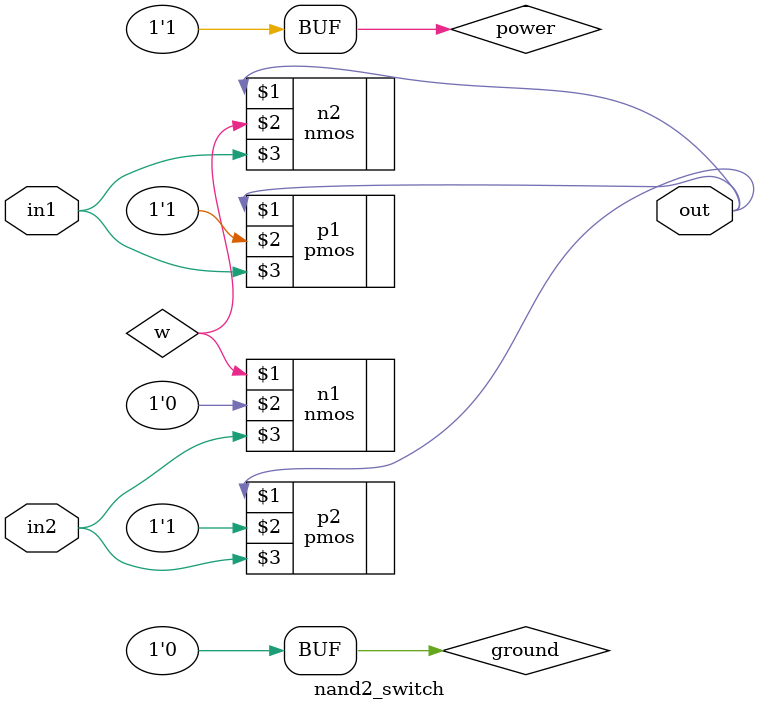
<source format=sv>
module nand2_switch(out, in1, in2);
  input in1, in2;
  output out;
  wire w;
  
  supply1 power;
  supply0 ground;
  
	nmos n1(w, ground, in2);
	nmos n2(out, w, in1);
  
	pmos p1(out, power, in1);  
	pmos p2(out, power, in2);
  
endmodule
</source>
